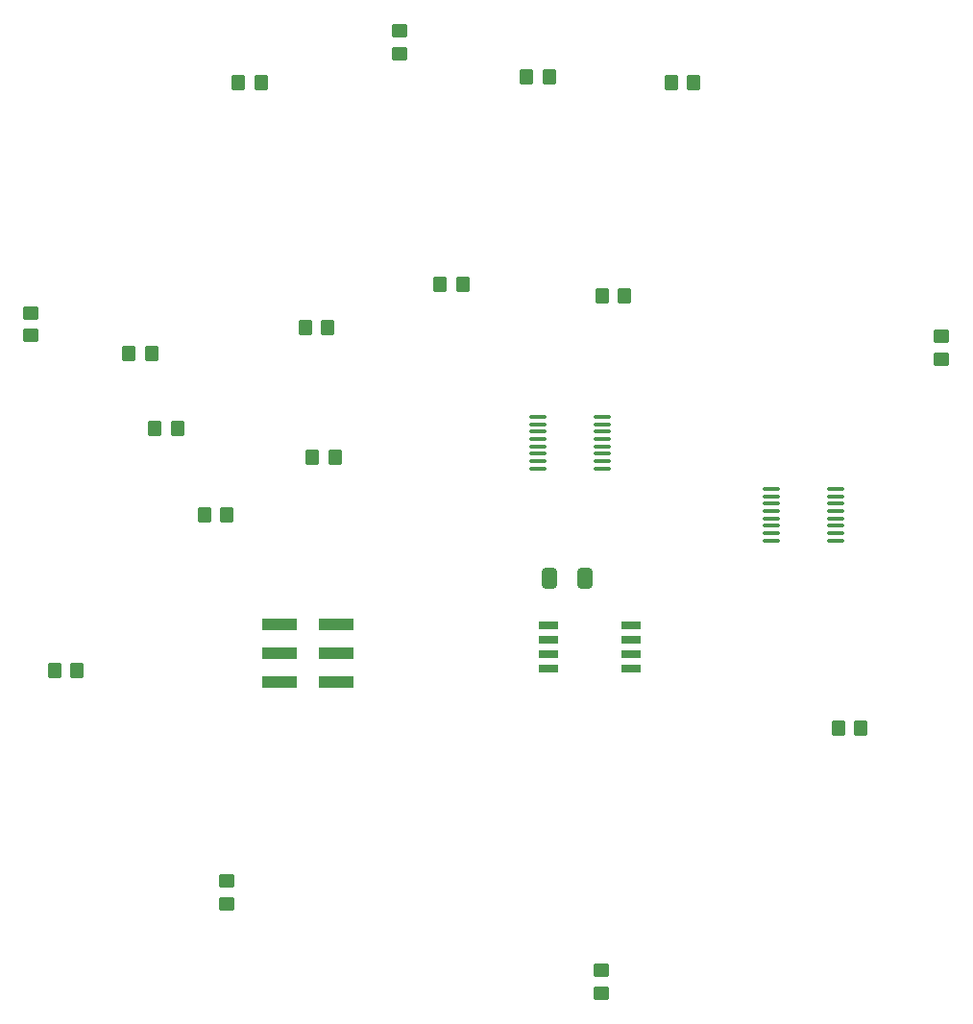
<source format=gbp>
%TF.GenerationSoftware,KiCad,Pcbnew,6.0.1+dfsg-1*%
%TF.CreationDate,2022-01-25T10:44:24+01:00*%
%TF.ProjectId,DTimponator-badge,4454696d-706f-46e6-9174-6f722d626164,2.0*%
%TF.SameCoordinates,Original*%
%TF.FileFunction,Paste,Bot*%
%TF.FilePolarity,Positive*%
%FSLAX46Y46*%
G04 Gerber Fmt 4.6, Leading zero omitted, Abs format (unit mm)*
G04 Created by KiCad (PCBNEW 6.0.1+dfsg-1) date 2022-01-25 10:44:24*
%MOMM*%
%LPD*%
G01*
G04 APERTURE LIST*
G04 Aperture macros list*
%AMRoundRect*
0 Rectangle with rounded corners*
0 $1 Rounding radius*
0 $2 $3 $4 $5 $6 $7 $8 $9 X,Y pos of 4 corners*
0 Add a 4 corners polygon primitive as box body*
4,1,4,$2,$3,$4,$5,$6,$7,$8,$9,$2,$3,0*
0 Add four circle primitives for the rounded corners*
1,1,$1+$1,$2,$3*
1,1,$1+$1,$4,$5*
1,1,$1+$1,$6,$7*
1,1,$1+$1,$8,$9*
0 Add four rect primitives between the rounded corners*
20,1,$1+$1,$2,$3,$4,$5,0*
20,1,$1+$1,$4,$5,$6,$7,0*
20,1,$1+$1,$6,$7,$8,$9,0*
20,1,$1+$1,$8,$9,$2,$3,0*%
G04 Aperture macros list end*
%ADD10RoundRect,0.250000X0.450000X-0.350000X0.450000X0.350000X-0.450000X0.350000X-0.450000X-0.350000X0*%
%ADD11RoundRect,0.250000X-0.450000X0.350000X-0.450000X-0.350000X0.450000X-0.350000X0.450000X0.350000X0*%
%ADD12R,1.700000X0.650000*%
%ADD13RoundRect,0.250000X0.350000X0.450000X-0.350000X0.450000X-0.350000X-0.450000X0.350000X-0.450000X0*%
%ADD14RoundRect,0.100000X0.637500X0.100000X-0.637500X0.100000X-0.637500X-0.100000X0.637500X-0.100000X0*%
%ADD15RoundRect,0.250000X-0.412500X-0.650000X0.412500X-0.650000X0.412500X0.650000X-0.412500X0.650000X0*%
%ADD16RoundRect,0.250000X-0.350000X-0.450000X0.350000X-0.450000X0.350000X0.450000X-0.350000X0.450000X0*%
%ADD17RoundRect,0.100000X-0.637500X-0.100000X0.637500X-0.100000X0.637500X0.100000X-0.637500X0.100000X0*%
%ADD18R,3.150000X1.000000*%
G04 APERTURE END LIST*
D10*
X165100000Y-131048000D03*
X165100000Y-129048000D03*
D11*
X114808000Y-71120000D03*
X114808000Y-73120000D03*
D12*
X167734000Y-98679000D03*
X167734000Y-99949000D03*
X167734000Y-101219000D03*
X167734000Y-102489000D03*
X160434000Y-102489000D03*
X160434000Y-101219000D03*
X160434000Y-99949000D03*
X160434000Y-98679000D03*
D13*
X167132000Y-69596000D03*
X165132000Y-69596000D03*
X141605000Y-83820000D03*
X139605000Y-83820000D03*
X160496000Y-50292000D03*
X158496000Y-50292000D03*
D14*
X185742500Y-86625000D03*
X185742500Y-87275000D03*
X185742500Y-87925000D03*
X185742500Y-88575000D03*
X185742500Y-89225000D03*
X185742500Y-89875000D03*
X185742500Y-90525000D03*
X185742500Y-91175000D03*
X180017500Y-91175000D03*
X180017500Y-90525000D03*
X180017500Y-89875000D03*
X180017500Y-89225000D03*
X180017500Y-88575000D03*
X180017500Y-87925000D03*
X180017500Y-87275000D03*
X180017500Y-86625000D03*
D13*
X125444000Y-74676000D03*
X123444000Y-74676000D03*
D15*
X160489500Y-94488000D03*
X163614500Y-94488000D03*
D13*
X127730000Y-81280000D03*
X125730000Y-81280000D03*
D11*
X147320000Y-46260000D03*
X147320000Y-48260000D03*
D13*
X135096000Y-50800000D03*
X133096000Y-50800000D03*
D11*
X195072000Y-73168000D03*
X195072000Y-75168000D03*
D16*
X116856000Y-102616000D03*
X118856000Y-102616000D03*
D13*
X140970000Y-72390000D03*
X138970000Y-72390000D03*
X187960000Y-107696000D03*
X185960000Y-107696000D03*
D17*
X159443500Y-84825000D03*
X159443500Y-84175000D03*
X159443500Y-83525000D03*
X159443500Y-82875000D03*
X159443500Y-82225000D03*
X159443500Y-81575000D03*
X159443500Y-80925000D03*
X159443500Y-80275000D03*
X165168500Y-80275000D03*
X165168500Y-80925000D03*
X165168500Y-81575000D03*
X165168500Y-82225000D03*
X165168500Y-82875000D03*
X165168500Y-83525000D03*
X165168500Y-84175000D03*
X165168500Y-84825000D03*
D18*
X141717000Y-98552000D03*
X136667000Y-98552000D03*
X141717000Y-101092000D03*
X136667000Y-101092000D03*
X141717000Y-103632000D03*
X136667000Y-103632000D03*
D13*
X152876000Y-68580000D03*
X150876000Y-68580000D03*
D16*
X171228000Y-50800000D03*
X173228000Y-50800000D03*
D13*
X132080000Y-88900000D03*
X130080000Y-88900000D03*
D10*
X132080000Y-123190000D03*
X132080000Y-121190000D03*
M02*

</source>
